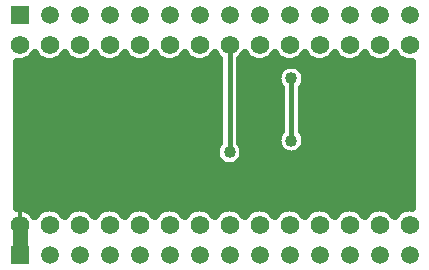
<source format=gtl>
G04 DipTrace 3.3.1.3*
G04 T3-4-Breakout.gtl*
%MOIN*%
G04 #@! TF.FileFunction,Copper,L1,Top*
G04 #@! TF.Part,Single*
G04 #@! TA.AperFunction,CopperBalancing*
%ADD14C,0.025*%
G04 #@! TA.AperFunction,Conductor*
%ADD15C,0.015*%
%ADD17C,0.05*%
G04 #@! TA.AperFunction,CopperBalancing*
%ADD18C,0.01299*%
G04 #@! TA.AperFunction,ComponentPad*
%ADD19R,0.059055X0.059055*%
%ADD20C,0.059055*%
%ADD26C,0.06194*%
G04 #@! TA.AperFunction,ViaPad*
%ADD27C,0.04*%
%FSLAX26Y26*%
G04*
G70*
G90*
G75*
G01*
G04 Top*
%LPD*%
X1349850Y1031102D2*
D15*
Y824015D1*
X1143700Y1143700D2*
Y784645D1*
X443700Y443700D2*
D17*
Y543700D1*
D27*
X1349850Y1031102D3*
Y824015D3*
X1143700Y784645D3*
X485726Y1101987D2*
D14*
X501683D1*
X585735D2*
X601692D1*
X685709D2*
X701665D1*
X785718D2*
X801674D1*
X885728D2*
X901683D1*
X985700D2*
X1001693D1*
X1085709D2*
X1101666D1*
X1185718D2*
X1201675D1*
X1285729D2*
X1301684D1*
X1385701D2*
X1401693D1*
X1485710D2*
X1501667D1*
X1585720D2*
X1601676D1*
X1685729D2*
X1701686D1*
X438718Y1077119D2*
X1107192D1*
X1180193D2*
X1340726D1*
X1358968D2*
X1748693D1*
X438718Y1052250D2*
X1107192D1*
X1180193D2*
X1305955D1*
X1393739D2*
X1748693D1*
X438718Y1027381D2*
X1107192D1*
X1180193D2*
X1301003D1*
X1398692D2*
X1748693D1*
X438718Y1002512D2*
X1107192D1*
X1180193D2*
X1310692D1*
X1389003D2*
X1748693D1*
X438718Y977644D2*
X1107192D1*
X1180193D2*
X1313347D1*
X1386347D2*
X1748693D1*
X438718Y952775D2*
X1107192D1*
X1180193D2*
X1313347D1*
X1386347D2*
X1748693D1*
X438718Y927906D2*
X1107192D1*
X1180193D2*
X1313347D1*
X1386347D2*
X1748693D1*
X438718Y903037D2*
X1107192D1*
X1180193D2*
X1313347D1*
X1386347D2*
X1748693D1*
X438718Y878169D2*
X1107192D1*
X1180193D2*
X1313347D1*
X1386347D2*
X1748693D1*
X438718Y853300D2*
X1107192D1*
X1180193D2*
X1311230D1*
X1388465D2*
X1748693D1*
X438718Y828431D2*
X1107192D1*
X1180193D2*
X1301074D1*
X1398620D2*
X1748693D1*
X438718Y803562D2*
X1098724D1*
X1188662D2*
X1305596D1*
X1394099D2*
X1748693D1*
X438718Y778693D2*
X1095099D1*
X1192322D2*
X1336995D1*
X1362700D2*
X1748693D1*
X438718Y753825D2*
X1106403D1*
X1181018D2*
X1748693D1*
X438718Y728956D2*
X1748693D1*
X438718Y704087D2*
X1748693D1*
X438718Y679218D2*
X1748693D1*
X438718Y654350D2*
X1748693D1*
X438718Y629481D2*
X1748693D1*
X438718Y604612D2*
X1748693D1*
X436203Y600662D2*
X443006Y601155D1*
X450340Y600775D1*
X457566Y599461D1*
X464565Y597238D1*
X471224Y594140D1*
X477432Y590217D1*
X483090Y585533D1*
X488104Y580169D1*
X492393Y574207D1*
X493699Y572002D1*
X497214Y577474D1*
X503070Y584330D1*
X509926Y590186D1*
X517613Y594897D1*
X525944Y598347D1*
X534712Y600452D1*
X543700Y601159D1*
X552688Y600452D1*
X561456Y598347D1*
X569787Y594897D1*
X577474Y590186D1*
X584330Y584330D1*
X590186Y577474D1*
X593683Y571955D1*
X597214Y577474D1*
X603070Y584330D1*
X609926Y590186D1*
X617613Y594897D1*
X625944Y598347D1*
X634712Y600452D1*
X643700Y601159D1*
X652688Y600452D1*
X661456Y598347D1*
X669787Y594897D1*
X677474Y590186D1*
X684330Y584330D1*
X690186Y577474D1*
X693683Y571955D1*
X697214Y577474D1*
X703070Y584330D1*
X709926Y590186D1*
X717613Y594897D1*
X725944Y598347D1*
X734712Y600452D1*
X743700Y601159D1*
X752688Y600452D1*
X761456Y598347D1*
X769787Y594897D1*
X777474Y590186D1*
X784330Y584330D1*
X790186Y577474D1*
X793683Y571955D1*
X797214Y577474D1*
X803070Y584330D1*
X809926Y590186D1*
X817613Y594897D1*
X825944Y598347D1*
X834712Y600452D1*
X843700Y601159D1*
X852688Y600452D1*
X861456Y598347D1*
X869787Y594897D1*
X877474Y590186D1*
X884330Y584330D1*
X890186Y577474D1*
X893683Y571955D1*
X897214Y577474D1*
X903070Y584330D1*
X909926Y590186D1*
X917613Y594897D1*
X925944Y598347D1*
X934712Y600452D1*
X943700Y601159D1*
X952688Y600452D1*
X961456Y598347D1*
X969787Y594897D1*
X977474Y590186D1*
X984330Y584330D1*
X990186Y577474D1*
X993683Y571955D1*
X997214Y577474D1*
X1003070Y584330D1*
X1009926Y590186D1*
X1017613Y594897D1*
X1025944Y598347D1*
X1034712Y600452D1*
X1043700Y601159D1*
X1052688Y600452D1*
X1061456Y598347D1*
X1069787Y594897D1*
X1077474Y590186D1*
X1084330Y584330D1*
X1090186Y577474D1*
X1093683Y571955D1*
X1097214Y577474D1*
X1103070Y584330D1*
X1109926Y590186D1*
X1117613Y594897D1*
X1125944Y598347D1*
X1134712Y600452D1*
X1143700Y601159D1*
X1152688Y600452D1*
X1161456Y598347D1*
X1169787Y594897D1*
X1177474Y590186D1*
X1184330Y584330D1*
X1190186Y577474D1*
X1193683Y571955D1*
X1197214Y577474D1*
X1203070Y584330D1*
X1209926Y590186D1*
X1217613Y594897D1*
X1225944Y598347D1*
X1234712Y600452D1*
X1243700Y601159D1*
X1252688Y600452D1*
X1261456Y598347D1*
X1269787Y594897D1*
X1277474Y590186D1*
X1284330Y584330D1*
X1290186Y577474D1*
X1293683Y571955D1*
X1297214Y577474D1*
X1303070Y584330D1*
X1309926Y590186D1*
X1317613Y594897D1*
X1325944Y598347D1*
X1334712Y600452D1*
X1343700Y601159D1*
X1352688Y600452D1*
X1361456Y598347D1*
X1369787Y594897D1*
X1377474Y590186D1*
X1384330Y584330D1*
X1390186Y577474D1*
X1393683Y571955D1*
X1397214Y577474D1*
X1403070Y584330D1*
X1409926Y590186D1*
X1417613Y594897D1*
X1425944Y598347D1*
X1434712Y600452D1*
X1443700Y601159D1*
X1452688Y600452D1*
X1461456Y598347D1*
X1469787Y594897D1*
X1477474Y590186D1*
X1484330Y584330D1*
X1490186Y577474D1*
X1493683Y571955D1*
X1497214Y577474D1*
X1503070Y584330D1*
X1509926Y590186D1*
X1517613Y594897D1*
X1525944Y598347D1*
X1534712Y600452D1*
X1543700Y601159D1*
X1552688Y600452D1*
X1561456Y598347D1*
X1569787Y594897D1*
X1577474Y590186D1*
X1584330Y584330D1*
X1590186Y577474D1*
X1593683Y571955D1*
X1597214Y577474D1*
X1603070Y584330D1*
X1609926Y590186D1*
X1617613Y594897D1*
X1625944Y598347D1*
X1634712Y600452D1*
X1643700Y601159D1*
X1652688Y600452D1*
X1661456Y598347D1*
X1669787Y594897D1*
X1677474Y590186D1*
X1684330Y584330D1*
X1690186Y577474D1*
X1693683Y571955D1*
X1697214Y577474D1*
X1703070Y584330D1*
X1709926Y590186D1*
X1717613Y594897D1*
X1725944Y598347D1*
X1734712Y600452D1*
X1743700Y601159D1*
X1751201Y600628D1*
X1751200Y1086731D1*
X1743700Y1086241D1*
X1734712Y1086948D1*
X1725944Y1089053D1*
X1717613Y1092503D1*
X1709926Y1097214D1*
X1703070Y1103070D1*
X1697214Y1109926D1*
X1693717Y1115445D1*
X1690186Y1109926D1*
X1684330Y1103070D1*
X1677474Y1097214D1*
X1669787Y1092503D1*
X1661456Y1089053D1*
X1652688Y1086948D1*
X1643700Y1086241D1*
X1634712Y1086948D1*
X1625944Y1089053D1*
X1617613Y1092503D1*
X1609926Y1097214D1*
X1603070Y1103070D1*
X1597214Y1109926D1*
X1593717Y1115445D1*
X1590186Y1109926D1*
X1584330Y1103070D1*
X1577474Y1097214D1*
X1569787Y1092503D1*
X1561456Y1089053D1*
X1552688Y1086948D1*
X1543700Y1086241D1*
X1534712Y1086948D1*
X1525944Y1089053D1*
X1517613Y1092503D1*
X1509926Y1097214D1*
X1503070Y1103070D1*
X1497214Y1109926D1*
X1493717Y1115445D1*
X1490186Y1109926D1*
X1484330Y1103070D1*
X1477474Y1097214D1*
X1469787Y1092503D1*
X1461456Y1089053D1*
X1452688Y1086948D1*
X1443700Y1086241D1*
X1434712Y1086948D1*
X1425944Y1089053D1*
X1417613Y1092503D1*
X1409926Y1097214D1*
X1403070Y1103070D1*
X1397214Y1109926D1*
X1393717Y1115445D1*
X1390186Y1109926D1*
X1384330Y1103070D1*
X1377474Y1097214D1*
X1369787Y1092503D1*
X1361456Y1089053D1*
X1352688Y1086948D1*
X1343700Y1086241D1*
X1334712Y1086948D1*
X1325944Y1089053D1*
X1317613Y1092503D1*
X1309926Y1097214D1*
X1303070Y1103070D1*
X1297214Y1109926D1*
X1293717Y1115445D1*
X1290186Y1109926D1*
X1284330Y1103070D1*
X1277474Y1097214D1*
X1269787Y1092503D1*
X1261456Y1089053D1*
X1252688Y1086948D1*
X1243700Y1086241D1*
X1234712Y1086948D1*
X1225944Y1089053D1*
X1217613Y1092503D1*
X1209926Y1097214D1*
X1203070Y1103070D1*
X1197214Y1109926D1*
X1193717Y1115445D1*
X1190186Y1109926D1*
X1184330Y1103070D1*
X1177682Y1097377D1*
X1177690Y816329D1*
X1181312Y811972D1*
X1185123Y805751D1*
X1187915Y799011D1*
X1189617Y791918D1*
X1190190Y784645D1*
X1189617Y777372D1*
X1187915Y770279D1*
X1185123Y763539D1*
X1181312Y757319D1*
X1176574Y751772D1*
X1171027Y747033D1*
X1164806Y743222D1*
X1158066Y740431D1*
X1150973Y738728D1*
X1143700Y738155D1*
X1136427Y738728D1*
X1129334Y740431D1*
X1122594Y743222D1*
X1116373Y747033D1*
X1110826Y751772D1*
X1106088Y757319D1*
X1102277Y763539D1*
X1099485Y770279D1*
X1097783Y777372D1*
X1097210Y784645D1*
X1097783Y791918D1*
X1099485Y799011D1*
X1102277Y805751D1*
X1106088Y811972D1*
X1109713Y816314D1*
X1109710Y1097376D1*
X1103070Y1103070D1*
X1097214Y1109926D1*
X1093717Y1115445D1*
X1090186Y1109926D1*
X1084330Y1103070D1*
X1077474Y1097214D1*
X1069787Y1092503D1*
X1061456Y1089053D1*
X1052688Y1086948D1*
X1043700Y1086241D1*
X1034712Y1086948D1*
X1025944Y1089053D1*
X1017613Y1092503D1*
X1009926Y1097214D1*
X1003070Y1103070D1*
X997214Y1109926D1*
X993717Y1115445D1*
X990186Y1109926D1*
X984330Y1103070D1*
X977474Y1097214D1*
X969787Y1092503D1*
X961456Y1089053D1*
X952688Y1086948D1*
X943700Y1086241D1*
X934712Y1086948D1*
X925944Y1089053D1*
X917613Y1092503D1*
X909926Y1097214D1*
X903070Y1103070D1*
X897214Y1109926D1*
X893717Y1115445D1*
X890186Y1109926D1*
X884330Y1103070D1*
X877474Y1097214D1*
X869787Y1092503D1*
X861456Y1089053D1*
X852688Y1086948D1*
X843700Y1086241D1*
X834712Y1086948D1*
X825944Y1089053D1*
X817613Y1092503D1*
X809926Y1097214D1*
X803070Y1103070D1*
X797214Y1109926D1*
X793717Y1115445D1*
X790186Y1109926D1*
X784330Y1103070D1*
X777474Y1097214D1*
X769787Y1092503D1*
X761456Y1089053D1*
X752688Y1086948D1*
X743700Y1086241D1*
X734712Y1086948D1*
X725944Y1089053D1*
X717613Y1092503D1*
X709926Y1097214D1*
X703070Y1103070D1*
X697214Y1109926D1*
X693717Y1115445D1*
X690186Y1109926D1*
X684330Y1103070D1*
X677474Y1097214D1*
X669787Y1092503D1*
X661456Y1089053D1*
X652688Y1086948D1*
X643700Y1086241D1*
X634712Y1086948D1*
X625944Y1089053D1*
X617613Y1092503D1*
X609926Y1097214D1*
X603070Y1103070D1*
X597214Y1109926D1*
X593717Y1115445D1*
X590186Y1109926D1*
X584330Y1103070D1*
X577474Y1097214D1*
X569787Y1092503D1*
X561456Y1089053D1*
X552688Y1086948D1*
X543700Y1086241D1*
X534712Y1086948D1*
X525944Y1089053D1*
X517613Y1092503D1*
X509926Y1097214D1*
X503070Y1103070D1*
X497214Y1109926D1*
X493717Y1115445D1*
X490186Y1109926D1*
X484330Y1103070D1*
X477474Y1097214D1*
X469787Y1092503D1*
X461456Y1089053D1*
X452688Y1086948D1*
X443700Y1086241D1*
X436199Y1086772D1*
X436200Y600669D1*
X1383839Y999415D2*
Y855735D1*
X1387461Y851342D1*
X1391272Y845121D1*
X1394065Y838381D1*
X1395767Y831288D1*
X1396339Y824015D1*
X1395767Y816742D1*
X1394065Y809649D1*
X1391272Y802909D1*
X1387461Y796688D1*
X1382724Y791141D1*
X1377176Y786403D1*
X1370956Y782592D1*
X1364216Y779800D1*
X1357123Y778098D1*
X1349850Y777525D1*
X1342577Y778098D1*
X1335483Y779800D1*
X1328743Y782592D1*
X1322523Y786403D1*
X1316976Y791141D1*
X1312238Y796688D1*
X1308427Y802909D1*
X1305634Y809649D1*
X1303932Y816742D1*
X1303360Y824015D1*
X1303932Y831288D1*
X1305634Y838381D1*
X1308427Y845121D1*
X1312238Y851342D1*
X1315863Y855684D1*
X1315860Y999381D1*
X1312238Y1003775D1*
X1308427Y1009995D1*
X1305634Y1016735D1*
X1303932Y1023829D1*
X1303360Y1031102D1*
X1303932Y1038375D1*
X1305634Y1045468D1*
X1308427Y1052208D1*
X1312238Y1058428D1*
X1316976Y1063976D1*
X1322523Y1068713D1*
X1328743Y1072524D1*
X1335483Y1075317D1*
X1342577Y1077019D1*
X1349850Y1077591D1*
X1357123Y1077019D1*
X1364216Y1075317D1*
X1370956Y1072524D1*
X1377176Y1068713D1*
X1382724Y1063976D1*
X1387461Y1058428D1*
X1391272Y1052208D1*
X1394065Y1045468D1*
X1395767Y1038375D1*
X1396339Y1031102D1*
X1395767Y1023829D1*
X1394065Y1016735D1*
X1391272Y1009995D1*
X1387461Y1003775D1*
X1383836Y999432D1*
X443700Y601124D2*
D18*
Y543700D1*
X485726Y1101987D2*
D14*
X501683D1*
X585735D2*
X601692D1*
X685709D2*
X701665D1*
X785718D2*
X801674D1*
X885728D2*
X901683D1*
X985700D2*
X1001693D1*
X1085709D2*
X1101666D1*
X1185718D2*
X1201675D1*
X1285729D2*
X1301684D1*
X1385701D2*
X1401693D1*
X1485710D2*
X1501667D1*
X1585720D2*
X1601676D1*
X1685729D2*
X1701686D1*
X438718Y1077119D2*
X1107192D1*
X1180193D2*
X1340726D1*
X1358968D2*
X1748693D1*
X438718Y1052250D2*
X1107192D1*
X1180193D2*
X1305955D1*
X1393739D2*
X1748693D1*
X438718Y1027381D2*
X1107192D1*
X1180193D2*
X1301003D1*
X1398692D2*
X1748693D1*
X438718Y1002512D2*
X1107192D1*
X1180193D2*
X1310692D1*
X1389003D2*
X1748693D1*
X438718Y977644D2*
X1107192D1*
X1180193D2*
X1313347D1*
X1386347D2*
X1748693D1*
X438718Y952775D2*
X1107192D1*
X1180193D2*
X1313347D1*
X1386347D2*
X1748693D1*
X438718Y927906D2*
X1107192D1*
X1180193D2*
X1313347D1*
X1386347D2*
X1748693D1*
X438718Y903037D2*
X1107192D1*
X1180193D2*
X1313347D1*
X1386347D2*
X1748693D1*
X438718Y878169D2*
X1107192D1*
X1180193D2*
X1313347D1*
X1386347D2*
X1748693D1*
X438718Y853300D2*
X1107192D1*
X1180193D2*
X1311230D1*
X1388465D2*
X1748693D1*
X438718Y828431D2*
X1107192D1*
X1180193D2*
X1301074D1*
X1398620D2*
X1748693D1*
X438718Y803562D2*
X1098724D1*
X1188662D2*
X1305596D1*
X1394099D2*
X1748693D1*
X438718Y778693D2*
X1095099D1*
X1192322D2*
X1336995D1*
X1362700D2*
X1748693D1*
X438718Y753825D2*
X1106403D1*
X1181018D2*
X1748693D1*
X438718Y728956D2*
X1748693D1*
X438718Y704087D2*
X1748693D1*
X438718Y679218D2*
X1748693D1*
X438718Y654350D2*
X1748693D1*
X438718Y629481D2*
X1748693D1*
X438718Y604612D2*
X1748693D1*
X436203Y600662D2*
X443006Y601155D1*
X450340Y600775D1*
X457566Y599461D1*
X464565Y597238D1*
X471224Y594140D1*
X477432Y590217D1*
X483090Y585533D1*
X488104Y580169D1*
X492393Y574207D1*
X493699Y572002D1*
X497214Y577474D1*
X503070Y584330D1*
X509926Y590186D1*
X517613Y594897D1*
X525944Y598347D1*
X534712Y600452D1*
X543700Y601159D1*
X552688Y600452D1*
X561456Y598347D1*
X569787Y594897D1*
X577474Y590186D1*
X584330Y584330D1*
X590186Y577474D1*
X593683Y571955D1*
X597214Y577474D1*
X603070Y584330D1*
X609926Y590186D1*
X617613Y594897D1*
X625944Y598347D1*
X634712Y600452D1*
X643700Y601159D1*
X652688Y600452D1*
X661456Y598347D1*
X669787Y594897D1*
X677474Y590186D1*
X684330Y584330D1*
X690186Y577474D1*
X693683Y571955D1*
X697214Y577474D1*
X703070Y584330D1*
X709926Y590186D1*
X717613Y594897D1*
X725944Y598347D1*
X734712Y600452D1*
X743700Y601159D1*
X752688Y600452D1*
X761456Y598347D1*
X769787Y594897D1*
X777474Y590186D1*
X784330Y584330D1*
X790186Y577474D1*
X793683Y571955D1*
X797214Y577474D1*
X803070Y584330D1*
X809926Y590186D1*
X817613Y594897D1*
X825944Y598347D1*
X834712Y600452D1*
X843700Y601159D1*
X852688Y600452D1*
X861456Y598347D1*
X869787Y594897D1*
X877474Y590186D1*
X884330Y584330D1*
X890186Y577474D1*
X893683Y571955D1*
X897214Y577474D1*
X903070Y584330D1*
X909926Y590186D1*
X917613Y594897D1*
X925944Y598347D1*
X934712Y600452D1*
X943700Y601159D1*
X952688Y600452D1*
X961456Y598347D1*
X969787Y594897D1*
X977474Y590186D1*
X984330Y584330D1*
X990186Y577474D1*
X993683Y571955D1*
X997214Y577474D1*
X1003070Y584330D1*
X1009926Y590186D1*
X1017613Y594897D1*
X1025944Y598347D1*
X1034712Y600452D1*
X1043700Y601159D1*
X1052688Y600452D1*
X1061456Y598347D1*
X1069787Y594897D1*
X1077474Y590186D1*
X1084330Y584330D1*
X1090186Y577474D1*
X1093683Y571955D1*
X1097214Y577474D1*
X1103070Y584330D1*
X1109926Y590186D1*
X1117613Y594897D1*
X1125944Y598347D1*
X1134712Y600452D1*
X1143700Y601159D1*
X1152688Y600452D1*
X1161456Y598347D1*
X1169787Y594897D1*
X1177474Y590186D1*
X1184330Y584330D1*
X1190186Y577474D1*
X1193683Y571955D1*
X1197214Y577474D1*
X1203070Y584330D1*
X1209926Y590186D1*
X1217613Y594897D1*
X1225944Y598347D1*
X1234712Y600452D1*
X1243700Y601159D1*
X1252688Y600452D1*
X1261456Y598347D1*
X1269787Y594897D1*
X1277474Y590186D1*
X1284330Y584330D1*
X1290186Y577474D1*
X1293683Y571955D1*
X1297214Y577474D1*
X1303070Y584330D1*
X1309926Y590186D1*
X1317613Y594897D1*
X1325944Y598347D1*
X1334712Y600452D1*
X1343700Y601159D1*
X1352688Y600452D1*
X1361456Y598347D1*
X1369787Y594897D1*
X1377474Y590186D1*
X1384330Y584330D1*
X1390186Y577474D1*
X1393683Y571955D1*
X1397214Y577474D1*
X1403070Y584330D1*
X1409926Y590186D1*
X1417613Y594897D1*
X1425944Y598347D1*
X1434712Y600452D1*
X1443700Y601159D1*
X1452688Y600452D1*
X1461456Y598347D1*
X1469787Y594897D1*
X1477474Y590186D1*
X1484330Y584330D1*
X1490186Y577474D1*
X1493683Y571955D1*
X1497214Y577474D1*
X1503070Y584330D1*
X1509926Y590186D1*
X1517613Y594897D1*
X1525944Y598347D1*
X1534712Y600452D1*
X1543700Y601159D1*
X1552688Y600452D1*
X1561456Y598347D1*
X1569787Y594897D1*
X1577474Y590186D1*
X1584330Y584330D1*
X1590186Y577474D1*
X1593683Y571955D1*
X1597214Y577474D1*
X1603070Y584330D1*
X1609926Y590186D1*
X1617613Y594897D1*
X1625944Y598347D1*
X1634712Y600452D1*
X1643700Y601159D1*
X1652688Y600452D1*
X1661456Y598347D1*
X1669787Y594897D1*
X1677474Y590186D1*
X1684330Y584330D1*
X1690186Y577474D1*
X1693683Y571955D1*
X1697214Y577474D1*
X1703070Y584330D1*
X1709926Y590186D1*
X1717613Y594897D1*
X1725944Y598347D1*
X1734712Y600452D1*
X1743700Y601159D1*
X1751201Y600628D1*
X1751200Y1086731D1*
X1743700Y1086241D1*
X1734712Y1086948D1*
X1725944Y1089053D1*
X1717613Y1092503D1*
X1709926Y1097214D1*
X1703070Y1103070D1*
X1697214Y1109926D1*
X1693717Y1115445D1*
X1690186Y1109926D1*
X1684330Y1103070D1*
X1677474Y1097214D1*
X1669787Y1092503D1*
X1661456Y1089053D1*
X1652688Y1086948D1*
X1643700Y1086241D1*
X1634712Y1086948D1*
X1625944Y1089053D1*
X1617613Y1092503D1*
X1609926Y1097214D1*
X1603070Y1103070D1*
X1597214Y1109926D1*
X1593717Y1115445D1*
X1590186Y1109926D1*
X1584330Y1103070D1*
X1577474Y1097214D1*
X1569787Y1092503D1*
X1561456Y1089053D1*
X1552688Y1086948D1*
X1543700Y1086241D1*
X1534712Y1086948D1*
X1525944Y1089053D1*
X1517613Y1092503D1*
X1509926Y1097214D1*
X1503070Y1103070D1*
X1497214Y1109926D1*
X1493717Y1115445D1*
X1490186Y1109926D1*
X1484330Y1103070D1*
X1477474Y1097214D1*
X1469787Y1092503D1*
X1461456Y1089053D1*
X1452688Y1086948D1*
X1443700Y1086241D1*
X1434712Y1086948D1*
X1425944Y1089053D1*
X1417613Y1092503D1*
X1409926Y1097214D1*
X1403070Y1103070D1*
X1397214Y1109926D1*
X1393717Y1115445D1*
X1390186Y1109926D1*
X1384330Y1103070D1*
X1377474Y1097214D1*
X1369787Y1092503D1*
X1361456Y1089053D1*
X1352688Y1086948D1*
X1343700Y1086241D1*
X1334712Y1086948D1*
X1325944Y1089053D1*
X1317613Y1092503D1*
X1309926Y1097214D1*
X1303070Y1103070D1*
X1297214Y1109926D1*
X1293717Y1115445D1*
X1290186Y1109926D1*
X1284330Y1103070D1*
X1277474Y1097214D1*
X1269787Y1092503D1*
X1261456Y1089053D1*
X1252688Y1086948D1*
X1243700Y1086241D1*
X1234712Y1086948D1*
X1225944Y1089053D1*
X1217613Y1092503D1*
X1209926Y1097214D1*
X1203070Y1103070D1*
X1197214Y1109926D1*
X1193717Y1115445D1*
X1190186Y1109926D1*
X1184330Y1103070D1*
X1177682Y1097377D1*
X1177690Y816329D1*
X1181312Y811972D1*
X1185123Y805751D1*
X1187915Y799011D1*
X1189617Y791918D1*
X1190190Y784645D1*
X1189617Y777372D1*
X1187915Y770279D1*
X1185123Y763539D1*
X1181312Y757319D1*
X1176574Y751772D1*
X1171027Y747033D1*
X1164806Y743222D1*
X1158066Y740431D1*
X1150973Y738728D1*
X1143700Y738155D1*
X1136427Y738728D1*
X1129334Y740431D1*
X1122594Y743222D1*
X1116373Y747033D1*
X1110826Y751772D1*
X1106088Y757319D1*
X1102277Y763539D1*
X1099485Y770279D1*
X1097783Y777372D1*
X1097210Y784645D1*
X1097783Y791918D1*
X1099485Y799011D1*
X1102277Y805751D1*
X1106088Y811972D1*
X1109713Y816314D1*
X1109710Y1097376D1*
X1103070Y1103070D1*
X1097214Y1109926D1*
X1093717Y1115445D1*
X1090186Y1109926D1*
X1084330Y1103070D1*
X1077474Y1097214D1*
X1069787Y1092503D1*
X1061456Y1089053D1*
X1052688Y1086948D1*
X1043700Y1086241D1*
X1034712Y1086948D1*
X1025944Y1089053D1*
X1017613Y1092503D1*
X1009926Y1097214D1*
X1003070Y1103070D1*
X997214Y1109926D1*
X993717Y1115445D1*
X990186Y1109926D1*
X984330Y1103070D1*
X977474Y1097214D1*
X969787Y1092503D1*
X961456Y1089053D1*
X952688Y1086948D1*
X943700Y1086241D1*
X934712Y1086948D1*
X925944Y1089053D1*
X917613Y1092503D1*
X909926Y1097214D1*
X903070Y1103070D1*
X897214Y1109926D1*
X893717Y1115445D1*
X890186Y1109926D1*
X884330Y1103070D1*
X877474Y1097214D1*
X869787Y1092503D1*
X861456Y1089053D1*
X852688Y1086948D1*
X843700Y1086241D1*
X834712Y1086948D1*
X825944Y1089053D1*
X817613Y1092503D1*
X809926Y1097214D1*
X803070Y1103070D1*
X797214Y1109926D1*
X793717Y1115445D1*
X790186Y1109926D1*
X784330Y1103070D1*
X777474Y1097214D1*
X769787Y1092503D1*
X761456Y1089053D1*
X752688Y1086948D1*
X743700Y1086241D1*
X734712Y1086948D1*
X725944Y1089053D1*
X717613Y1092503D1*
X709926Y1097214D1*
X703070Y1103070D1*
X697214Y1109926D1*
X693717Y1115445D1*
X690186Y1109926D1*
X684330Y1103070D1*
X677474Y1097214D1*
X669787Y1092503D1*
X661456Y1089053D1*
X652688Y1086948D1*
X643700Y1086241D1*
X634712Y1086948D1*
X625944Y1089053D1*
X617613Y1092503D1*
X609926Y1097214D1*
X603070Y1103070D1*
X597214Y1109926D1*
X593717Y1115445D1*
X590186Y1109926D1*
X584330Y1103070D1*
X577474Y1097214D1*
X569787Y1092503D1*
X561456Y1089053D1*
X552688Y1086948D1*
X543700Y1086241D1*
X534712Y1086948D1*
X525944Y1089053D1*
X517613Y1092503D1*
X509926Y1097214D1*
X503070Y1103070D1*
X497214Y1109926D1*
X493717Y1115445D1*
X490186Y1109926D1*
X484330Y1103070D1*
X477474Y1097214D1*
X469787Y1092503D1*
X461456Y1089053D1*
X452688Y1086948D1*
X443700Y1086241D1*
X436199Y1086772D1*
X436200Y600669D1*
X1383839Y999415D2*
Y855735D1*
X1387461Y851342D1*
X1391272Y845121D1*
X1394065Y838381D1*
X1395767Y831288D1*
X1396339Y824015D1*
X1395767Y816742D1*
X1394065Y809649D1*
X1391272Y802909D1*
X1387461Y796688D1*
X1382724Y791141D1*
X1377176Y786403D1*
X1370956Y782592D1*
X1364216Y779800D1*
X1357123Y778098D1*
X1349850Y777525D1*
X1342577Y778098D1*
X1335483Y779800D1*
X1328743Y782592D1*
X1322523Y786403D1*
X1316976Y791141D1*
X1312238Y796688D1*
X1308427Y802909D1*
X1305634Y809649D1*
X1303932Y816742D1*
X1303360Y824015D1*
X1303932Y831288D1*
X1305634Y838381D1*
X1308427Y845121D1*
X1312238Y851342D1*
X1315863Y855684D1*
X1315860Y999381D1*
X1312238Y1003775D1*
X1308427Y1009995D1*
X1305634Y1016735D1*
X1303932Y1023829D1*
X1303360Y1031102D1*
X1303932Y1038375D1*
X1305634Y1045468D1*
X1308427Y1052208D1*
X1312238Y1058428D1*
X1316976Y1063976D1*
X1322523Y1068713D1*
X1328743Y1072524D1*
X1335483Y1075317D1*
X1342577Y1077019D1*
X1349850Y1077591D1*
X1357123Y1077019D1*
X1364216Y1075317D1*
X1370956Y1072524D1*
X1377176Y1068713D1*
X1382724Y1063976D1*
X1387461Y1058428D1*
X1391272Y1052208D1*
X1394065Y1045468D1*
X1395767Y1038375D1*
X1396339Y1031102D1*
X1395767Y1023829D1*
X1394065Y1016735D1*
X1391272Y1009995D1*
X1387461Y1003775D1*
X1383836Y999432D1*
X443700Y601124D2*
D18*
Y543700D1*
D19*
Y1243700D3*
D20*
X543700D3*
X643700D3*
X743700D3*
X843700D3*
X943700D3*
X1043700D3*
X1143700D3*
X1243700D3*
X1343700D3*
X1443700D3*
X1543700D3*
X1643700D3*
X1743700D3*
D19*
X443700Y443700D3*
D20*
X543700D3*
X643700D3*
X743700D3*
X843700D3*
X943700D3*
X1043700D3*
X1143700D3*
X1243700D3*
X1343700D3*
X1443700D3*
X1543700D3*
X1643700D3*
X1743700D3*
D26*
X443700Y543700D3*
X543700D3*
X643700D3*
X743700D3*
X843700D3*
X943700D3*
X1043700D3*
X1143700D3*
X1243700D3*
X1343700D3*
X1443700D3*
X1543700D3*
X1643700D3*
X1743700D3*
Y1143700D3*
X1643700D3*
X1543700D3*
X1443700D3*
X1343700D3*
X1243700D3*
X1143700D3*
X1043700D3*
X943700D3*
X843700D3*
X743700D3*
X643700D3*
X543700D3*
X443700D3*
M02*

</source>
